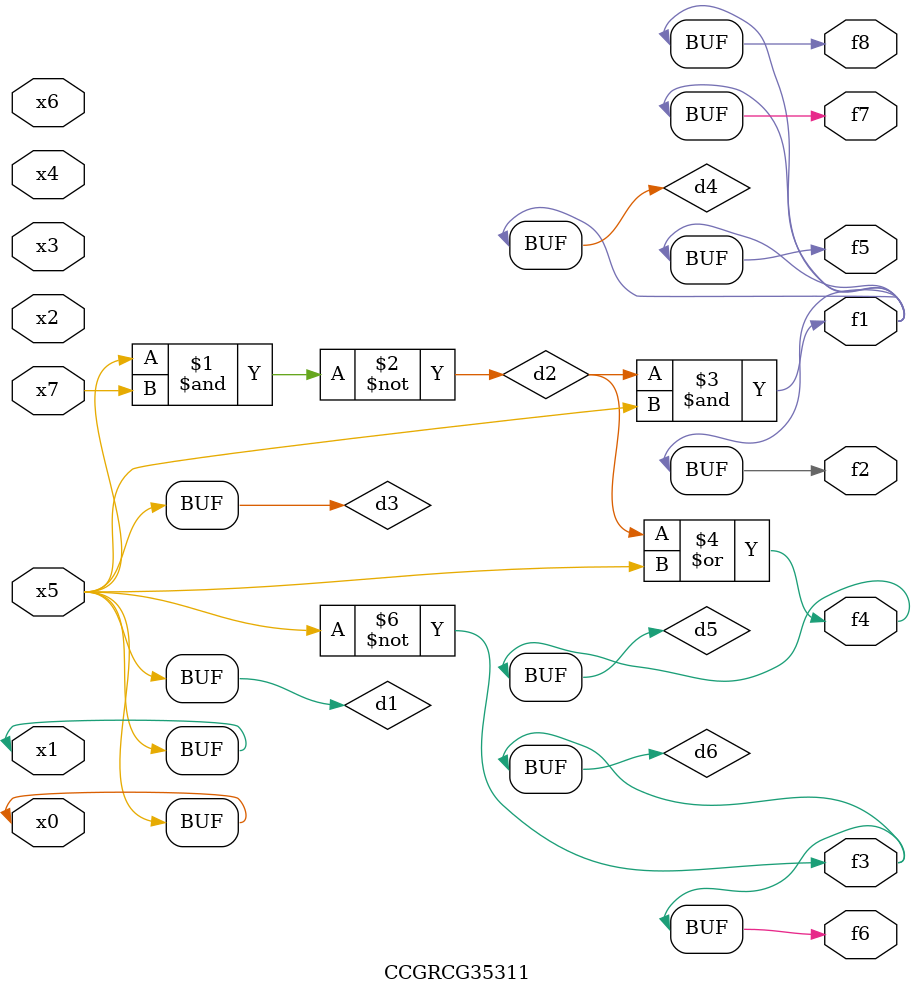
<source format=v>
module CCGRCG35311(
	input x0, x1, x2, x3, x4, x5, x6, x7,
	output f1, f2, f3, f4, f5, f6, f7, f8
);

	wire d1, d2, d3, d4, d5, d6;

	buf (d1, x0, x5);
	nand (d2, x5, x7);
	buf (d3, x0, x1);
	and (d4, d2, d3);
	or (d5, d2, d3);
	nor (d6, d1, d3);
	assign f1 = d4;
	assign f2 = d4;
	assign f3 = d6;
	assign f4 = d5;
	assign f5 = d4;
	assign f6 = d6;
	assign f7 = d4;
	assign f8 = d4;
endmodule

</source>
